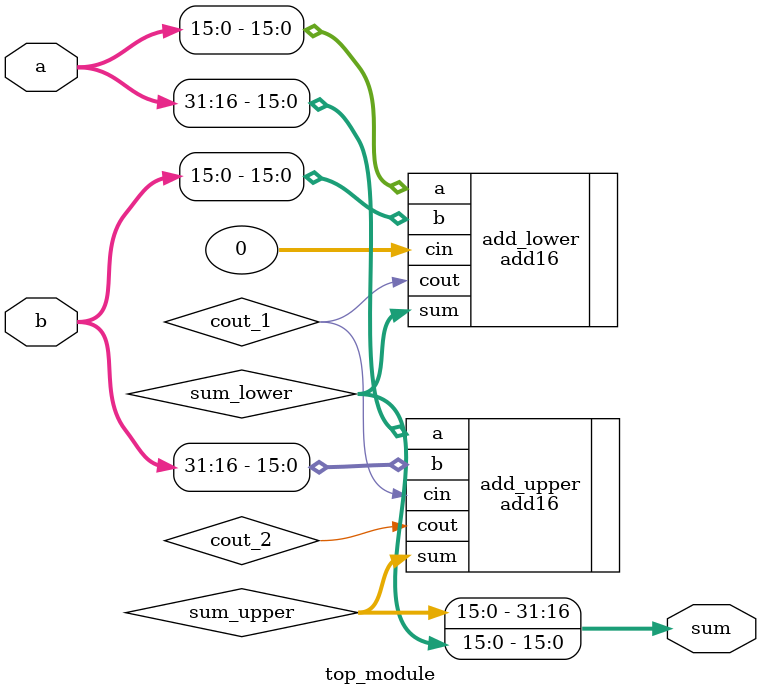
<source format=v>
module top_module(
    input [31:0] a,
    input [31:0] b,
    output [31:0] sum
);
    wire cout_1,cout_2;
    wire [15:0] sum_lower;
    wire [15:0] sum_upper;
    
    add16 add_lower( .a(a[15:0]), .b(b[15:0]), .cin(0), .sum(sum_lower), .cout(cout_1) );
    add16 add_upper( .a(a[31:16]), .b(b[31:16]), .cin(cout_1),.sum(sum_upper), .cout(cout_2) );
    assign sum = {sum_upper,sum_lower};
        

endmodule

</source>
